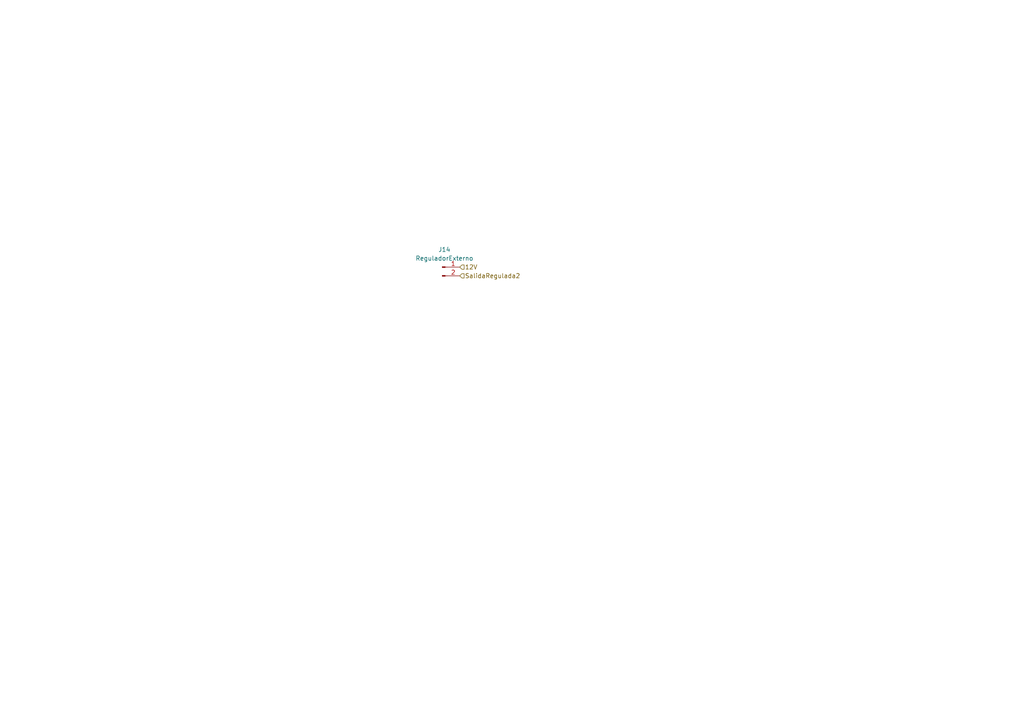
<source format=kicad_sch>
(kicad_sch (version 20230121) (generator eeschema)
  (paper "A4")
  (lib_symbols
    (symbol "Connector:Conn_01x02_Pin" (pin_names (offset 1.016) hide)
      (property "Reference" "J" (at 0 2.54 0))
      (property "Value" "Conn_01x02_Pin" (at 0 -5.08 0))
      (symbol "Conn_01x02_Pin_1_1"
        (polyline (pts (xy 1.27 -2.54) (xy 0.8636 -2.54)) (stroke (width 0.1524)))
        (polyline (pts (xy 1.27 0) (xy 0.8636 0)) (stroke (width 0.1524)))
        (rectangle (start 0.8636 -2.413) (end 0 -2.667) (stroke (width 0.1524)) (fill (type outline)))
        (rectangle (start 0.8636 0.127) (end 0 -0.127) (stroke (width 0.1524)) (fill (type outline)))
        (pin passive line (at 5.08 0 180) (length 3.81) (name "Pin_1") (number "1"))
        (pin passive line (at 5.08 -2.54 180) (length 3.81) (name "Pin_2") (number "2"))
      )
    )
  )
  (hierarchical_label "SalidaRegulada2" (shape input) (at 133.35 80.01 0))
  (hierarchical_label "12V" (shape input) (at 133.35 77.47 0))
  (symbol (lib_id "Connector:Conn_01x02_Pin") (at 128.27 77.47 0) (unit 1)
    (property "Reference" "J14" (at 128.905 72.39 0))
    (property "Value" "ReguladorExterno" (at 128.905 74.93 0))
    (property "Footprint" "Connector:JWT_A3963_1x02_P3.96mm_Vertical" (effects hide))
    (instances (project "PowerStation" (path "" (reference "J14") (unit 1)) (path "" (reference "J15") (unit 1))))
  )
)
</source>
